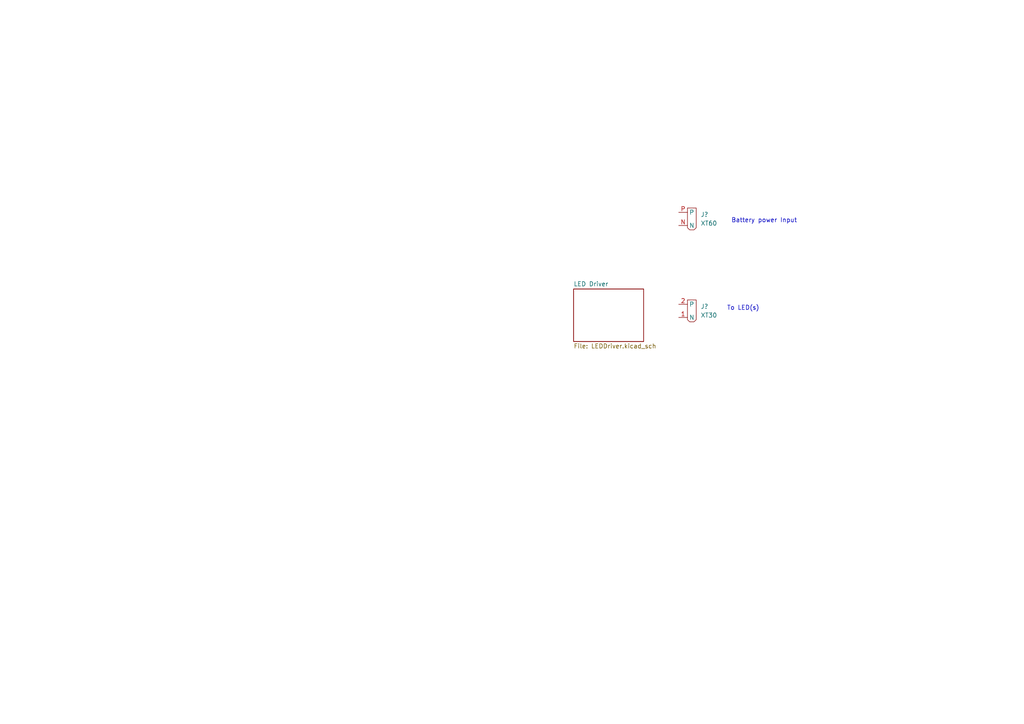
<source format=kicad_sch>
(kicad_sch (version 20211123) (generator eeschema)
  (paper "A4")
  (lib_symbols
    (symbol "Eldalote_symbols:XT30"
      (property "Reference" "J" (at 0.635 4.445 0))
      (property "Value" "XT30" (at 1.27 -4.445 0))
      (symbol "XT30_0_1"
        (polyline (pts (xy 0 3.175) (xy 0 -2.54) (xy 0.635 -3.175) (xy 1.905 -3.175) (xy 2.54 -2.54) (xy 2.54 3.175) (xy 0 3.175)))
      )
      (symbol "XT30_1_1"
        (pin passive line (at -2.54 -1.905 0) (length 2.54) (name "N") (number "1"))
        (pin passive line (at -2.54 1.905 0) (length 2.54) (name "P") (number "2"))
      )
    )
    (symbol "Eldalote_symbols:XT60"
      (property "Reference" "J" (at 0.635 4.445 0))
      (property "Value" "XT60" (at 1.27 -4.445 0))
      (symbol "XT60_0_1"
        (polyline (pts (xy 0 3.175) (xy 0 -2.54) (xy 0.635 -3.175) (xy 1.905 -3.175) (xy 2.54 -2.54) (xy 2.54 3.175) (xy 0 3.175)))
      )
      (symbol "XT60_1_1"
        (pin passive line (at -2.54 -1.905 0) (length 2.54) (name "N") (number "N"))
        (pin passive line (at -2.54 1.905 0) (length 2.54) (name "P") (number "P"))
      )
    )
  )
  (text "To LED(s)" (at 210.82 90.17 0) (effects (font (size 1.27 1.27)) (justify left bottom)))
  (text "Battery power Input" (at 212.09 64.77 0) (effects (font (size 1.27 1.27)) (justify left bottom)))
  (symbol (lib_id "Eldalote_symbols:XT60") (at 199.39 63.5 0) (unit 1)
    (property "Reference" "J?" (at 203.2 62.2299 0) (effects (justify left)))
    (property "Value" "XT60" (at 203.2 64.7699 0) (effects (justify left)))
    (property "Footprint" "Eldalote-footprints:XT60" (effects hide))
  )
  (symbol (lib_id "Eldalote_symbols:XT30") (at 199.39 90.17 0) (unit 1)
    (property "Reference" "J?" (at 203.2 88.8999 0) (effects (justify left)))
    (property "Value" "XT30" (at 203.2 91.4399 0) (effects (justify left)))
    (property "Footprint" "Eldalote-footprints:XT30" (effects hide))
  )
  (sheet (at 166.37 83.82) (size 20.32 15.24) (stroke (width 0.1524))
    (property "Sheet name" "LED Driver" (at 166.37 83.1084 0) (effects (justify left bottom)))
    (property "Sheet file" "LEDDriver.kicad_sch" (at 166.37 99.6446 0) (effects (justify left top)))
  )
)
</source>
